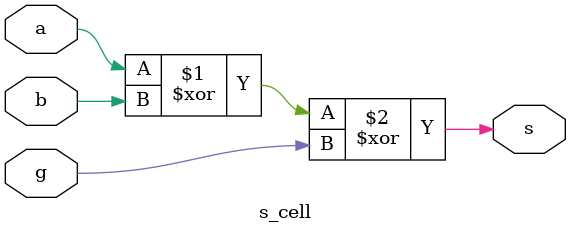
<source format=sv>
module s_cell (
    input  a,  //a[i]
    input  b,  //b[i]
    input  g,  //G[i-1:-1]
    output s   //sum[i]
);

    assign s = (a ^ b) ^ g;

endmodule : s_cell

</source>
